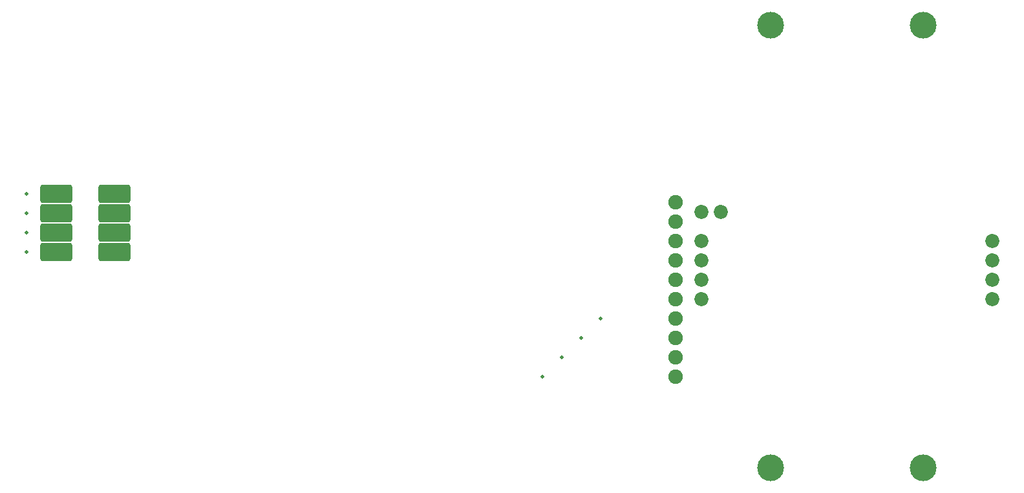
<source format=gts>
%FSLAX46Y46*%
%MOMM*%
%AMPS13*
1,1,1.850000,0.000000,0.000000*
%
%ADD13PS13*%
%AMPS12*
1,1,1.900000,0.000000,0.000000*
%
%ADD12PS12*%
%AMPS15*
1,1,0.500000,0.000000,0.000000*
%
%ADD15PS15*%
%AMPS14*
1,1,3.500000,0.000000,0.000000*
%
%ADD14PS14*%
%AMPS11*
1,1,0.700000,-1.750000,-0.850000*
1,1,0.700000,1.750000,0.850000*
1,1,0.700000,-1.750000,0.850000*
1,1,0.700000,1.750000,-0.850000*
21,1,2.400000,3.500000,0.000000,0.000000,90.000000*
21,1,1.700000,4.200000,0.000000,0.000000,90.000000*
%
%ADD11PS11*%
%AMPS10*
1,1,0.700000,1.750000,0.850000*
1,1,0.700000,-1.750000,-0.850000*
1,1,0.700000,1.750000,-0.850000*
1,1,0.700000,-1.750000,0.850000*
21,1,2.400000,3.500000,0.000000,0.000000,270.000000*
21,1,1.700000,4.200000,0.000000,0.000000,270.000000*
%
%ADD10PS10*%
G01*
%LPD*%
G01*
%LPD*%
G75*
D10*
X-31550000Y6910000D03*
D10*
X-31550000Y-710000D03*
D11*
X-23930000Y4370000D03*
D10*
X-31550000Y4370000D03*
D11*
X-23930000Y6910000D03*
D11*
X-23930000Y-710000D03*
D10*
X-31550000Y1830000D03*
D11*
X-23930000Y1830000D03*
D12*
X49500000Y-1800000D03*
D12*
X49500000Y-9420000D03*
D12*
X49500000Y-17040000D03*
D12*
X49500000Y5820000D03*
D12*
X49500000Y3280000D03*
D12*
X49500000Y-4340000D03*
D12*
X49500000Y-14500000D03*
D12*
X49500000Y-11960000D03*
D12*
X49500000Y740000D03*
D12*
X49500000Y-6880000D03*
D13*
X91050000Y-6880000D03*
D13*
X91050000Y-1800000D03*
D13*
X55490000Y4550000D03*
D13*
X52950000Y740000D03*
D13*
X52950000Y4550000D03*
D13*
X91050000Y740000D03*
D14*
X62000000Y-29000000D03*
D14*
X62000000Y29000000D03*
D13*
X91050000Y-4340000D03*
D13*
X52950000Y-1800000D03*
D13*
X52950000Y-4340000D03*
D13*
X52950000Y-6880000D03*
D14*
X82000000Y29000000D03*
D14*
X82000000Y-29000000D03*
D15*
X-35500000Y-710000D03*
D15*
X34610000Y-14500000D03*
D15*
X-35500000Y4370000D03*
D15*
X39690000Y-9420000D03*
D15*
X-35500000Y6910000D03*
D15*
X32070000Y-17040000D03*
D15*
X37150000Y-11960000D03*
D15*
X-35500000Y1830000D03*
M02*

</source>
